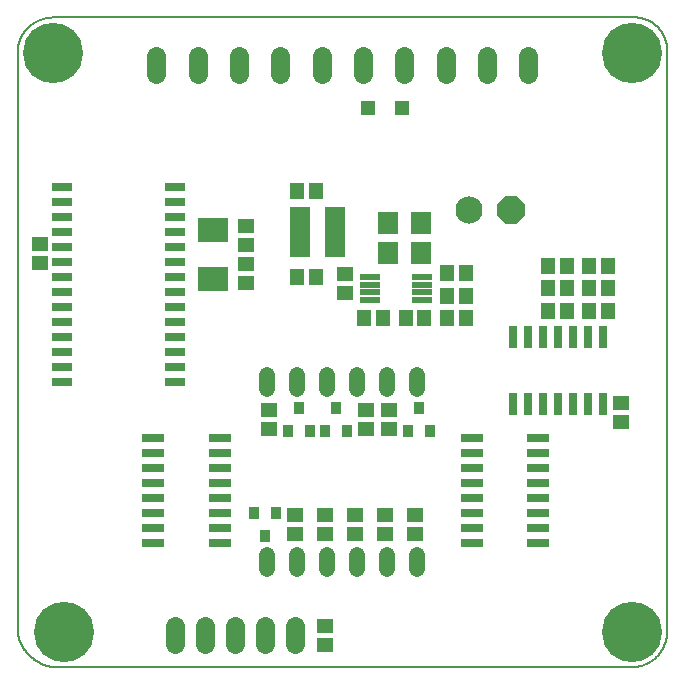
<source format=gts>
G75*
%MOIN*%
%OFA0B0*%
%FSLAX25Y25*%
%IPPOS*%
%LPD*%
%AMOC8*
5,1,8,0,0,1.08239X$1,22.5*
%
%ADD10C,0.00800*%
%ADD11R,0.05518X0.04731*%
%ADD12R,0.07290X0.03156*%
%ADD13R,0.03156X0.07290*%
%ADD14R,0.04731X0.05518*%
%ADD15C,0.06306*%
%ADD16C,0.05200*%
%ADD17R,0.03550X0.04337*%
%ADD18R,0.07093X0.02959*%
%ADD19R,0.09849X0.07880*%
%ADD20R,0.06896X0.02172*%
%ADD21R,0.06699X0.16935*%
%ADD22R,0.06699X0.07487*%
%ADD23R,0.04731X0.04731*%
%ADD24C,0.09061*%
%ADD25OC8,0.09061*%
%ADD26C,0.20085*%
D10*
X0022335Y0015019D02*
X0022335Y0207933D01*
X0022338Y0208218D01*
X0022349Y0208504D01*
X0022366Y0208789D01*
X0022390Y0209073D01*
X0022421Y0209357D01*
X0022459Y0209640D01*
X0022504Y0209921D01*
X0022555Y0210202D01*
X0022613Y0210482D01*
X0022678Y0210760D01*
X0022750Y0211036D01*
X0022828Y0211310D01*
X0022913Y0211583D01*
X0023005Y0211853D01*
X0023103Y0212121D01*
X0023207Y0212387D01*
X0023318Y0212650D01*
X0023435Y0212910D01*
X0023558Y0213168D01*
X0023688Y0213422D01*
X0023824Y0213673D01*
X0023965Y0213921D01*
X0024113Y0214165D01*
X0024266Y0214406D01*
X0024426Y0214642D01*
X0024591Y0214875D01*
X0024761Y0215104D01*
X0024937Y0215329D01*
X0025119Y0215549D01*
X0025305Y0215765D01*
X0025497Y0215976D01*
X0025694Y0216183D01*
X0025896Y0216385D01*
X0026103Y0216582D01*
X0026314Y0216774D01*
X0026530Y0216960D01*
X0026750Y0217142D01*
X0026975Y0217318D01*
X0027204Y0217488D01*
X0027437Y0217653D01*
X0027673Y0217813D01*
X0027914Y0217966D01*
X0028158Y0218114D01*
X0028406Y0218255D01*
X0028657Y0218391D01*
X0028911Y0218521D01*
X0029169Y0218644D01*
X0029429Y0218761D01*
X0029692Y0218872D01*
X0029958Y0218976D01*
X0030226Y0219074D01*
X0030496Y0219166D01*
X0030769Y0219251D01*
X0031043Y0219329D01*
X0031319Y0219401D01*
X0031597Y0219466D01*
X0031877Y0219524D01*
X0032158Y0219575D01*
X0032439Y0219620D01*
X0032722Y0219658D01*
X0033006Y0219689D01*
X0033290Y0219713D01*
X0033575Y0219730D01*
X0033861Y0219741D01*
X0034146Y0219744D01*
X0227060Y0219744D01*
X0227059Y0219744D02*
X0227323Y0219763D01*
X0227586Y0219776D01*
X0227850Y0219783D01*
X0228113Y0219783D01*
X0228377Y0219777D01*
X0228640Y0219765D01*
X0228904Y0219746D01*
X0229166Y0219721D01*
X0229428Y0219690D01*
X0229689Y0219652D01*
X0229949Y0219608D01*
X0230208Y0219558D01*
X0230466Y0219501D01*
X0230722Y0219438D01*
X0230976Y0219369D01*
X0231229Y0219294D01*
X0231480Y0219213D01*
X0231729Y0219126D01*
X0231976Y0219033D01*
X0232220Y0218934D01*
X0232462Y0218829D01*
X0232701Y0218718D01*
X0232938Y0218601D01*
X0233172Y0218479D01*
X0233402Y0218351D01*
X0233630Y0218218D01*
X0233854Y0218079D01*
X0234075Y0217935D01*
X0234292Y0217785D01*
X0234506Y0217631D01*
X0234716Y0217471D01*
X0234921Y0217306D01*
X0235123Y0217136D01*
X0235321Y0216962D01*
X0235514Y0216782D01*
X0235703Y0216598D01*
X0235888Y0216410D01*
X0236068Y0216217D01*
X0236243Y0216020D01*
X0236413Y0215818D01*
X0236579Y0215613D01*
X0236739Y0215404D01*
X0236894Y0215191D01*
X0237045Y0214974D01*
X0237189Y0214753D01*
X0237329Y0214530D01*
X0237463Y0214302D01*
X0237591Y0214072D01*
X0237714Y0213839D01*
X0237832Y0213602D01*
X0237943Y0213363D01*
X0238049Y0213122D01*
X0238149Y0212878D01*
X0238242Y0212631D01*
X0238330Y0212383D01*
X0238412Y0212132D01*
X0238488Y0211879D01*
X0238558Y0211625D01*
X0238621Y0211369D01*
X0238678Y0211111D01*
X0238729Y0210853D01*
X0238774Y0210593D01*
X0238813Y0210332D01*
X0238845Y0210070D01*
X0238871Y0209808D01*
X0238871Y0015019D01*
X0238868Y0014734D01*
X0238857Y0014448D01*
X0238840Y0014163D01*
X0238816Y0013879D01*
X0238785Y0013595D01*
X0238747Y0013312D01*
X0238702Y0013031D01*
X0238651Y0012750D01*
X0238593Y0012470D01*
X0238528Y0012192D01*
X0238456Y0011916D01*
X0238378Y0011642D01*
X0238293Y0011369D01*
X0238201Y0011099D01*
X0238103Y0010831D01*
X0237999Y0010565D01*
X0237888Y0010302D01*
X0237771Y0010042D01*
X0237648Y0009784D01*
X0237518Y0009530D01*
X0237382Y0009279D01*
X0237241Y0009031D01*
X0237093Y0008787D01*
X0236940Y0008546D01*
X0236780Y0008310D01*
X0236615Y0008077D01*
X0236445Y0007848D01*
X0236269Y0007623D01*
X0236087Y0007403D01*
X0235901Y0007187D01*
X0235709Y0006976D01*
X0235512Y0006769D01*
X0235310Y0006567D01*
X0235103Y0006370D01*
X0234892Y0006178D01*
X0234676Y0005992D01*
X0234456Y0005810D01*
X0234231Y0005634D01*
X0234002Y0005464D01*
X0233769Y0005299D01*
X0233533Y0005139D01*
X0233292Y0004986D01*
X0233048Y0004838D01*
X0232800Y0004697D01*
X0232549Y0004561D01*
X0232295Y0004431D01*
X0232037Y0004308D01*
X0231777Y0004191D01*
X0231514Y0004080D01*
X0231248Y0003976D01*
X0230980Y0003878D01*
X0230710Y0003786D01*
X0230437Y0003701D01*
X0230163Y0003623D01*
X0229887Y0003551D01*
X0229609Y0003486D01*
X0229329Y0003428D01*
X0229048Y0003377D01*
X0228767Y0003332D01*
X0228484Y0003294D01*
X0228200Y0003263D01*
X0227916Y0003239D01*
X0227631Y0003222D01*
X0227345Y0003211D01*
X0227060Y0003208D01*
X0037896Y0003208D01*
X0037560Y0003166D01*
X0037222Y0003132D01*
X0036884Y0003107D01*
X0036546Y0003090D01*
X0036207Y0003081D01*
X0035868Y0003081D01*
X0035529Y0003089D01*
X0035190Y0003105D01*
X0034852Y0003130D01*
X0034514Y0003162D01*
X0034178Y0003204D01*
X0033842Y0003253D01*
X0033508Y0003310D01*
X0033176Y0003376D01*
X0032845Y0003450D01*
X0032516Y0003532D01*
X0032189Y0003622D01*
X0031864Y0003720D01*
X0031542Y0003826D01*
X0031223Y0003940D01*
X0030907Y0004062D01*
X0030593Y0004191D01*
X0030283Y0004328D01*
X0029976Y0004473D01*
X0029673Y0004625D01*
X0029374Y0004784D01*
X0029079Y0004951D01*
X0028788Y0005125D01*
X0028501Y0005306D01*
X0028219Y0005494D01*
X0027942Y0005689D01*
X0027669Y0005891D01*
X0027402Y0006099D01*
X0027139Y0006314D01*
X0026882Y0006535D01*
X0026631Y0006762D01*
X0026385Y0006996D01*
X0026145Y0007235D01*
X0025911Y0007480D01*
X0025683Y0007731D01*
X0025461Y0007988D01*
X0025246Y0008250D01*
X0025037Y0008517D01*
X0024835Y0008789D01*
X0024639Y0009066D01*
X0024451Y0009347D01*
X0024269Y0009634D01*
X0024094Y0009924D01*
X0023927Y0010219D01*
X0023767Y0010518D01*
X0023614Y0010821D01*
X0023468Y0011127D01*
X0023331Y0011437D01*
X0023201Y0011750D01*
X0023078Y0012066D01*
X0022964Y0012385D01*
X0022857Y0012707D01*
X0022758Y0013031D01*
X0022667Y0013358D01*
X0022585Y0013687D01*
X0022510Y0014017D01*
X0022443Y0014350D01*
X0022385Y0014684D01*
X0022335Y0015019D01*
D11*
X0106085Y0082559D03*
X0106085Y0088858D03*
X0138585Y0088858D03*
X0138585Y0082559D03*
X0146085Y0082559D03*
X0146085Y0088858D03*
X0144835Y0053858D03*
X0144835Y0047559D03*
X0134835Y0047559D03*
X0134835Y0053858D03*
X0124835Y0053858D03*
X0124835Y0047559D03*
X0114835Y0047559D03*
X0114835Y0053858D03*
X0124835Y0016983D03*
X0124835Y0010684D03*
X0154835Y0047559D03*
X0154835Y0053858D03*
X0223585Y0085059D03*
X0223585Y0091358D03*
X0131509Y0127952D03*
X0131509Y0134252D03*
X0098585Y0131309D03*
X0098585Y0137608D03*
X0098585Y0143809D03*
X0098585Y0150108D03*
X0029835Y0144360D03*
X0029835Y0138061D03*
D12*
X0067463Y0079458D03*
X0067463Y0074458D03*
X0067463Y0069458D03*
X0067463Y0064458D03*
X0067463Y0059458D03*
X0067463Y0054458D03*
X0067463Y0049458D03*
X0067463Y0044458D03*
X0089707Y0044458D03*
X0089707Y0049458D03*
X0089707Y0054458D03*
X0089707Y0059458D03*
X0089707Y0064458D03*
X0089707Y0069458D03*
X0089707Y0074458D03*
X0089707Y0079458D03*
X0173713Y0079458D03*
X0173713Y0074458D03*
X0173713Y0069458D03*
X0173713Y0064458D03*
X0173713Y0059458D03*
X0173713Y0054458D03*
X0173713Y0049458D03*
X0173713Y0044458D03*
X0195957Y0044458D03*
X0195957Y0049458D03*
X0195957Y0054458D03*
X0195957Y0059458D03*
X0195957Y0064458D03*
X0195957Y0069458D03*
X0195957Y0074458D03*
X0195957Y0079458D03*
D13*
X0197335Y0090836D03*
X0192335Y0090836D03*
X0187335Y0090836D03*
X0202335Y0090836D03*
X0207335Y0090836D03*
X0212335Y0090836D03*
X0217335Y0090836D03*
X0217335Y0113080D03*
X0212335Y0113080D03*
X0207335Y0113080D03*
X0202335Y0113080D03*
X0197335Y0113080D03*
X0192335Y0113080D03*
X0187335Y0113080D03*
D14*
X0199186Y0121958D03*
X0205485Y0121958D03*
X0212936Y0121958D03*
X0219235Y0121958D03*
X0219235Y0129458D03*
X0212936Y0129458D03*
X0205485Y0129458D03*
X0199186Y0129458D03*
X0199186Y0136958D03*
X0205485Y0136958D03*
X0212936Y0136958D03*
X0219235Y0136958D03*
X0171735Y0134458D03*
X0165436Y0134458D03*
X0165436Y0126958D03*
X0171735Y0126958D03*
X0171735Y0119458D03*
X0165436Y0119458D03*
X0157985Y0119458D03*
X0151686Y0119458D03*
X0144235Y0119458D03*
X0137936Y0119458D03*
X0121735Y0133208D03*
X0115436Y0133208D03*
X0115436Y0161958D03*
X0121735Y0161958D03*
D15*
X0123713Y0201043D02*
X0123713Y0206948D01*
X0109934Y0206948D02*
X0109934Y0201043D01*
X0096154Y0201043D02*
X0096154Y0206948D01*
X0082375Y0206948D02*
X0082375Y0201043D01*
X0068595Y0201043D02*
X0068595Y0206948D01*
X0137493Y0206948D02*
X0137493Y0201043D01*
X0151272Y0201043D02*
X0151272Y0206948D01*
X0165052Y0206948D02*
X0165052Y0201043D01*
X0178831Y0201043D02*
X0178831Y0206948D01*
X0192611Y0206948D02*
X0192611Y0201043D01*
X0114835Y0016786D02*
X0114835Y0010881D01*
X0104835Y0010881D02*
X0104835Y0016786D01*
X0094835Y0016786D02*
X0094835Y0010881D01*
X0084835Y0010881D02*
X0084835Y0016786D01*
X0074835Y0016786D02*
X0074835Y0010881D01*
D16*
X0105603Y0035769D02*
X0105603Y0040569D01*
X0115603Y0040569D02*
X0115603Y0035769D01*
X0125603Y0035769D02*
X0125603Y0040569D01*
X0135603Y0040569D02*
X0135603Y0035769D01*
X0145603Y0035769D02*
X0145603Y0040569D01*
X0155603Y0040569D02*
X0155603Y0035769D01*
X0155603Y0095769D02*
X0155603Y0100569D01*
X0145603Y0100569D02*
X0145603Y0095769D01*
X0135603Y0095769D02*
X0135603Y0100569D01*
X0125603Y0100569D02*
X0125603Y0095769D01*
X0115603Y0095769D02*
X0115603Y0100569D01*
X0105603Y0100569D02*
X0105603Y0095769D01*
D17*
X0116085Y0089645D03*
X0112345Y0081771D03*
X0119826Y0081771D03*
X0124845Y0081771D03*
X0132326Y0081771D03*
X0128585Y0089645D03*
X0152345Y0081771D03*
X0159826Y0081771D03*
X0156085Y0089645D03*
X0108576Y0054645D03*
X0101095Y0054645D03*
X0104835Y0046771D03*
D18*
X0074904Y0098208D03*
X0074904Y0103208D03*
X0074904Y0108208D03*
X0074904Y0113208D03*
X0074904Y0118208D03*
X0074904Y0123208D03*
X0074904Y0128208D03*
X0074904Y0133208D03*
X0074904Y0138208D03*
X0074904Y0143208D03*
X0074904Y0148208D03*
X0074904Y0153208D03*
X0074904Y0158208D03*
X0074904Y0163208D03*
X0037267Y0163208D03*
X0037267Y0158208D03*
X0037267Y0153208D03*
X0037267Y0148208D03*
X0037267Y0143208D03*
X0037267Y0138208D03*
X0037267Y0133208D03*
X0037267Y0128208D03*
X0037267Y0123208D03*
X0037267Y0118208D03*
X0037267Y0113208D03*
X0037267Y0108208D03*
X0037267Y0103208D03*
X0037267Y0098208D03*
D19*
X0087335Y0132637D03*
X0087335Y0148779D03*
D20*
X0139924Y0133208D03*
X0139924Y0130708D03*
X0139924Y0128208D03*
X0139924Y0125708D03*
X0157247Y0125708D03*
X0157247Y0128208D03*
X0157247Y0130708D03*
X0157247Y0133208D03*
D21*
X0128241Y0148208D03*
X0116430Y0148208D03*
D22*
X0145879Y0151082D03*
X0145879Y0141397D03*
X0156902Y0141397D03*
X0156902Y0151082D03*
D23*
X0150544Y0189458D03*
X0139127Y0189458D03*
D24*
X0172946Y0155708D03*
D25*
X0186725Y0155708D03*
D26*
X0227060Y0207933D03*
X0227060Y0015019D03*
X0037896Y0015019D03*
X0034146Y0207933D03*
M02*

</source>
